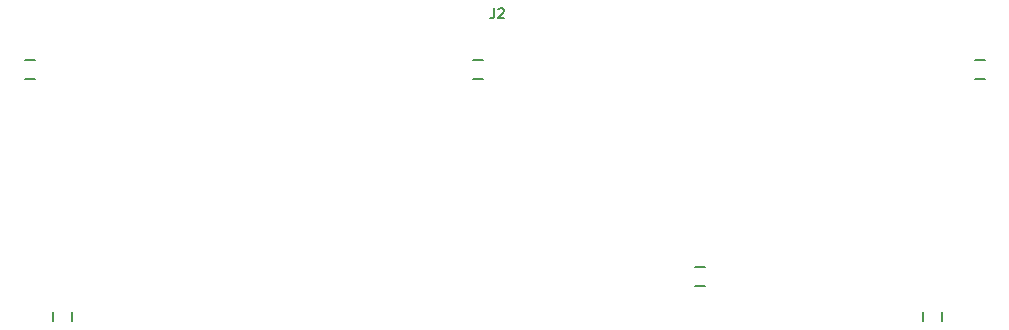
<source format=gto>
G04 #@! TF.GenerationSoftware,KiCad,Pcbnew,(5.1.10-1-10_14)*
G04 #@! TF.CreationDate,2021-12-06T12:41:19-05:00*
G04 #@! TF.ProjectId,Adapter-30,41646170-7465-4722-9d33-302e6b696361,1.0-SOP*
G04 #@! TF.SameCoordinates,Original*
G04 #@! TF.FileFunction,Legend,Top*
G04 #@! TF.FilePolarity,Positive*
%FSLAX46Y46*%
G04 Gerber Fmt 4.6, Leading zero omitted, Abs format (unit mm)*
G04 Created by KiCad (PCBNEW (5.1.10-1-10_14)) date 2021-12-06 12:41:19*
%MOMM*%
%LPD*%
G01*
G04 APERTURE LIST*
%ADD10C,0.152400*%
%ADD11C,0.203200*%
%ADD12C,1.448000*%
%ADD13C,0.952400*%
%ADD14O,1.852400X1.852400*%
%ADD15C,2.562400*%
%ADD16C,1.422400*%
%ADD17C,1.862400*%
G04 APERTURE END LIST*
D10*
X138201400Y-92621000D02*
X137388600Y-92621000D01*
X138201400Y-91021000D02*
X137388600Y-91021000D01*
X83020000Y-95631900D02*
X83020000Y-94819100D01*
X84620000Y-95631900D02*
X84620000Y-94819100D01*
X156680000Y-95631900D02*
X156680000Y-94819100D01*
X158280000Y-95631900D02*
X158280000Y-94819100D01*
X161098600Y-73495000D02*
X161911400Y-73495000D01*
X161098600Y-75095000D02*
X161911400Y-75095000D01*
X119405400Y-73495000D02*
X118592600Y-73495000D01*
X119405400Y-75095000D02*
X118592600Y-75095000D01*
X81471400Y-75095000D02*
X80658600Y-75095000D01*
X81471400Y-73495000D02*
X80658600Y-73495000D01*
D11*
X120379066Y-69150895D02*
X120379066Y-69731466D01*
X120340361Y-69847580D01*
X120262952Y-69924990D01*
X120146838Y-69963695D01*
X120069428Y-69963695D01*
X120727409Y-69228304D02*
X120766114Y-69189600D01*
X120843523Y-69150895D01*
X121037047Y-69150895D01*
X121114457Y-69189600D01*
X121153161Y-69228304D01*
X121191866Y-69305714D01*
X121191866Y-69383123D01*
X121153161Y-69499238D01*
X120688704Y-69963695D01*
X121191866Y-69963695D01*
%LPC*%
G36*
G01*
X139220000Y-91358500D02*
X139220000Y-92283500D01*
G75*
G02*
X138932500Y-92571000I-287500J0D01*
G01*
X138357500Y-92571000D01*
G75*
G02*
X138070000Y-92283500I0J287500D01*
G01*
X138070000Y-91358500D01*
G75*
G02*
X138357500Y-91071000I287500J0D01*
G01*
X138932500Y-91071000D01*
G75*
G02*
X139220000Y-91358500I0J-287500D01*
G01*
G37*
G36*
G01*
X137520000Y-91358500D02*
X137520000Y-92283500D01*
G75*
G02*
X137232500Y-92571000I-287500J0D01*
G01*
X136657500Y-92571000D01*
G75*
G02*
X136370000Y-92283500I0J287500D01*
G01*
X136370000Y-91358500D01*
G75*
G02*
X136657500Y-91071000I287500J0D01*
G01*
X137232500Y-91071000D01*
G75*
G02*
X137520000Y-91358500I0J-287500D01*
G01*
G37*
D12*
X163576000Y-100076000D03*
X79756000Y-100076000D03*
X173736000Y-65024000D03*
G36*
G01*
X82854800Y-100939600D02*
X82854800Y-99212400D01*
G75*
G02*
X83337400Y-98729800I482600J0D01*
G01*
X84302600Y-98729800D01*
G75*
G02*
X84785200Y-99212400I0J-482600D01*
G01*
X84785200Y-100939600D01*
G75*
G02*
X84302600Y-101422200I-482600J0D01*
G01*
X83337400Y-101422200D01*
G75*
G02*
X82854800Y-100939600I0J482600D01*
G01*
G37*
G36*
G01*
X85394800Y-100939600D02*
X85394800Y-99212400D01*
G75*
G02*
X85877400Y-98729800I482600J0D01*
G01*
X86842600Y-98729800D01*
G75*
G02*
X87325200Y-99212400I0J-482600D01*
G01*
X87325200Y-100939600D01*
G75*
G02*
X86842600Y-101422200I-482600J0D01*
G01*
X85877400Y-101422200D01*
G75*
G02*
X85394800Y-100939600I0J482600D01*
G01*
G37*
D13*
X88900000Y-98806000D03*
G36*
G01*
X108254800Y-100939600D02*
X108254800Y-99212400D01*
G75*
G02*
X108737400Y-98729800I482600J0D01*
G01*
X109702600Y-98729800D01*
G75*
G02*
X110185200Y-99212400I0J-482600D01*
G01*
X110185200Y-100939600D01*
G75*
G02*
X109702600Y-101422200I-482600J0D01*
G01*
X108737400Y-101422200D01*
G75*
G02*
X108254800Y-100939600I0J482600D01*
G01*
G37*
G36*
G01*
X93014800Y-100939600D02*
X93014800Y-99212400D01*
G75*
G02*
X93497400Y-98729800I482600J0D01*
G01*
X94462600Y-98729800D01*
G75*
G02*
X94945200Y-99212400I0J-482600D01*
G01*
X94945200Y-100939600D01*
G75*
G02*
X94462600Y-101422200I-482600J0D01*
G01*
X93497400Y-101422200D01*
G75*
G02*
X93014800Y-100939600I0J482600D01*
G01*
G37*
G36*
G01*
X110794800Y-100939600D02*
X110794800Y-99212400D01*
G75*
G02*
X111277400Y-98729800I482600J0D01*
G01*
X112242600Y-98729800D01*
G75*
G02*
X112725200Y-99212400I0J-482600D01*
G01*
X112725200Y-100939600D01*
G75*
G02*
X112242600Y-101422200I-482600J0D01*
G01*
X111277400Y-101422200D01*
G75*
G02*
X110794800Y-100939600I0J482600D01*
G01*
G37*
G36*
G01*
X146354800Y-100939600D02*
X146354800Y-99212400D01*
G75*
G02*
X146837400Y-98729800I482600J0D01*
G01*
X147802600Y-98729800D01*
G75*
G02*
X148285200Y-99212400I0J-482600D01*
G01*
X148285200Y-100939600D01*
G75*
G02*
X147802600Y-101422200I-482600J0D01*
G01*
X146837400Y-101422200D01*
G75*
G02*
X146354800Y-100939600I0J482600D01*
G01*
G37*
G36*
G01*
X113334800Y-100939600D02*
X113334800Y-99212400D01*
G75*
G02*
X113817400Y-98729800I482600J0D01*
G01*
X114782600Y-98729800D01*
G75*
G02*
X115265200Y-99212400I0J-482600D01*
G01*
X115265200Y-100939600D01*
G75*
G02*
X114782600Y-101422200I-482600J0D01*
G01*
X113817400Y-101422200D01*
G75*
G02*
X113334800Y-100939600I0J482600D01*
G01*
G37*
G36*
G01*
X115874800Y-100939600D02*
X115874800Y-99212400D01*
G75*
G02*
X116357400Y-98729800I482600J0D01*
G01*
X117322600Y-98729800D01*
G75*
G02*
X117805200Y-99212400I0J-482600D01*
G01*
X117805200Y-100939600D01*
G75*
G02*
X117322600Y-101422200I-482600J0D01*
G01*
X116357400Y-101422200D01*
G75*
G02*
X115874800Y-100939600I0J482600D01*
G01*
G37*
G36*
G01*
X90474800Y-100939600D02*
X90474800Y-99212400D01*
G75*
G02*
X90957400Y-98729800I482600J0D01*
G01*
X91922600Y-98729800D01*
G75*
G02*
X92405200Y-99212400I0J-482600D01*
G01*
X92405200Y-100939600D01*
G75*
G02*
X91922600Y-101422200I-482600J0D01*
G01*
X90957400Y-101422200D01*
G75*
G02*
X90474800Y-100939600I0J482600D01*
G01*
G37*
G36*
G01*
X153974800Y-100939600D02*
X153974800Y-99212400D01*
G75*
G02*
X154457400Y-98729800I482600J0D01*
G01*
X155422600Y-98729800D01*
G75*
G02*
X155905200Y-99212400I0J-482600D01*
G01*
X155905200Y-100939600D01*
G75*
G02*
X155422600Y-101422200I-482600J0D01*
G01*
X154457400Y-101422200D01*
G75*
G02*
X153974800Y-100939600I0J482600D01*
G01*
G37*
G36*
G01*
X87934800Y-100939600D02*
X87934800Y-99212400D01*
G75*
G02*
X88417400Y-98729800I482600J0D01*
G01*
X89382600Y-98729800D01*
G75*
G02*
X89865200Y-99212400I0J-482600D01*
G01*
X89865200Y-100939600D01*
G75*
G02*
X89382600Y-101422200I-482600J0D01*
G01*
X88417400Y-101422200D01*
G75*
G02*
X87934800Y-100939600I0J482600D01*
G01*
G37*
G36*
G01*
X141274800Y-100939600D02*
X141274800Y-99212400D01*
G75*
G02*
X141757400Y-98729800I482600J0D01*
G01*
X142722600Y-98729800D01*
G75*
G02*
X143205200Y-99212400I0J-482600D01*
G01*
X143205200Y-100939600D01*
G75*
G02*
X142722600Y-101422200I-482600J0D01*
G01*
X141757400Y-101422200D01*
G75*
G02*
X141274800Y-100939600I0J482600D01*
G01*
G37*
G36*
G01*
X120954800Y-100939600D02*
X120954800Y-99212400D01*
G75*
G02*
X121437400Y-98729800I482600J0D01*
G01*
X122402600Y-98729800D01*
G75*
G02*
X122885200Y-99212400I0J-482600D01*
G01*
X122885200Y-100939600D01*
G75*
G02*
X122402600Y-101422200I-482600J0D01*
G01*
X121437400Y-101422200D01*
G75*
G02*
X120954800Y-100939600I0J482600D01*
G01*
G37*
G36*
G01*
X131114800Y-100939600D02*
X131114800Y-99212400D01*
G75*
G02*
X131597400Y-98729800I482600J0D01*
G01*
X132562600Y-98729800D01*
G75*
G02*
X133045200Y-99212400I0J-482600D01*
G01*
X133045200Y-100939600D01*
G75*
G02*
X132562600Y-101422200I-482600J0D01*
G01*
X131597400Y-101422200D01*
G75*
G02*
X131114800Y-100939600I0J482600D01*
G01*
G37*
G36*
G01*
X138734800Y-100939600D02*
X138734800Y-99212400D01*
G75*
G02*
X139217400Y-98729800I482600J0D01*
G01*
X140182600Y-98729800D01*
G75*
G02*
X140665200Y-99212400I0J-482600D01*
G01*
X140665200Y-100939600D01*
G75*
G02*
X140182600Y-101422200I-482600J0D01*
G01*
X139217400Y-101422200D01*
G75*
G02*
X138734800Y-100939600I0J482600D01*
G01*
G37*
G36*
G01*
X103174800Y-100939600D02*
X103174800Y-99212400D01*
G75*
G02*
X103657400Y-98729800I482600J0D01*
G01*
X104622600Y-98729800D01*
G75*
G02*
X105105200Y-99212400I0J-482600D01*
G01*
X105105200Y-100939600D01*
G75*
G02*
X104622600Y-101422200I-482600J0D01*
G01*
X103657400Y-101422200D01*
G75*
G02*
X103174800Y-100939600I0J482600D01*
G01*
G37*
G36*
G01*
X126034800Y-100939600D02*
X126034800Y-99212400D01*
G75*
G02*
X126517400Y-98729800I482600J0D01*
G01*
X127482600Y-98729800D01*
G75*
G02*
X127965200Y-99212400I0J-482600D01*
G01*
X127965200Y-100939600D01*
G75*
G02*
X127482600Y-101422200I-482600J0D01*
G01*
X126517400Y-101422200D01*
G75*
G02*
X126034800Y-100939600I0J482600D01*
G01*
G37*
G36*
G01*
X133654800Y-100939600D02*
X133654800Y-99212400D01*
G75*
G02*
X134137400Y-98729800I482600J0D01*
G01*
X135102600Y-98729800D01*
G75*
G02*
X135585200Y-99212400I0J-482600D01*
G01*
X135585200Y-100939600D01*
G75*
G02*
X135102600Y-101422200I-482600J0D01*
G01*
X134137400Y-101422200D01*
G75*
G02*
X133654800Y-100939600I0J482600D01*
G01*
G37*
G36*
G01*
X128574800Y-100939600D02*
X128574800Y-99212400D01*
G75*
G02*
X129057400Y-98729800I482600J0D01*
G01*
X130022600Y-98729800D01*
G75*
G02*
X130505200Y-99212400I0J-482600D01*
G01*
X130505200Y-100939600D01*
G75*
G02*
X130022600Y-101422200I-482600J0D01*
G01*
X129057400Y-101422200D01*
G75*
G02*
X128574800Y-100939600I0J482600D01*
G01*
G37*
G36*
G01*
X105714800Y-100939600D02*
X105714800Y-99212400D01*
G75*
G02*
X106197400Y-98729800I482600J0D01*
G01*
X107162600Y-98729800D01*
G75*
G02*
X107645200Y-99212400I0J-482600D01*
G01*
X107645200Y-100939600D01*
G75*
G02*
X107162600Y-101422200I-482600J0D01*
G01*
X106197400Y-101422200D01*
G75*
G02*
X105714800Y-100939600I0J482600D01*
G01*
G37*
G36*
G01*
X136194800Y-100939600D02*
X136194800Y-99212400D01*
G75*
G02*
X136677400Y-98729800I482600J0D01*
G01*
X137642600Y-98729800D01*
G75*
G02*
X138125200Y-99212400I0J-482600D01*
G01*
X138125200Y-100939600D01*
G75*
G02*
X137642600Y-101422200I-482600J0D01*
G01*
X136677400Y-101422200D01*
G75*
G02*
X136194800Y-100939600I0J482600D01*
G01*
G37*
G36*
G01*
X95554800Y-100939600D02*
X95554800Y-99212400D01*
G75*
G02*
X96037400Y-98729800I482600J0D01*
G01*
X97002600Y-98729800D01*
G75*
G02*
X97485200Y-99212400I0J-482600D01*
G01*
X97485200Y-100939600D01*
G75*
G02*
X97002600Y-101422200I-482600J0D01*
G01*
X96037400Y-101422200D01*
G75*
G02*
X95554800Y-100939600I0J482600D01*
G01*
G37*
G36*
G01*
X123494800Y-100939600D02*
X123494800Y-99212400D01*
G75*
G02*
X123977400Y-98729800I482600J0D01*
G01*
X124942600Y-98729800D01*
G75*
G02*
X125425200Y-99212400I0J-482600D01*
G01*
X125425200Y-100939600D01*
G75*
G02*
X124942600Y-101422200I-482600J0D01*
G01*
X123977400Y-101422200D01*
G75*
G02*
X123494800Y-100939600I0J482600D01*
G01*
G37*
G36*
G01*
X98094800Y-100939600D02*
X98094800Y-99212400D01*
G75*
G02*
X98577400Y-98729800I482600J0D01*
G01*
X99542600Y-98729800D01*
G75*
G02*
X100025200Y-99212400I0J-482600D01*
G01*
X100025200Y-100939600D01*
G75*
G02*
X99542600Y-101422200I-482600J0D01*
G01*
X98577400Y-101422200D01*
G75*
G02*
X98094800Y-100939600I0J482600D01*
G01*
G37*
G36*
G01*
X100634800Y-100939600D02*
X100634800Y-99212400D01*
G75*
G02*
X101117400Y-98729800I482600J0D01*
G01*
X102082600Y-98729800D01*
G75*
G02*
X102565200Y-99212400I0J-482600D01*
G01*
X102565200Y-100939600D01*
G75*
G02*
X102082600Y-101422200I-482600J0D01*
G01*
X101117400Y-101422200D01*
G75*
G02*
X100634800Y-100939600I0J482600D01*
G01*
G37*
G36*
G01*
X148894800Y-100939600D02*
X148894800Y-99212400D01*
G75*
G02*
X149377400Y-98729800I482600J0D01*
G01*
X150342600Y-98729800D01*
G75*
G02*
X150825200Y-99212400I0J-482600D01*
G01*
X150825200Y-100939600D01*
G75*
G02*
X150342600Y-101422200I-482600J0D01*
G01*
X149377400Y-101422200D01*
G75*
G02*
X148894800Y-100939600I0J482600D01*
G01*
G37*
G36*
G01*
X151434800Y-100939600D02*
X151434800Y-99212400D01*
G75*
G02*
X151917400Y-98729800I482600J0D01*
G01*
X152882600Y-98729800D01*
G75*
G02*
X153365200Y-99212400I0J-482600D01*
G01*
X153365200Y-100939600D01*
G75*
G02*
X152882600Y-101422200I-482600J0D01*
G01*
X151917400Y-101422200D01*
G75*
G02*
X151434800Y-100939600I0J482600D01*
G01*
G37*
G36*
G01*
X156514800Y-100939600D02*
X156514800Y-99212400D01*
G75*
G02*
X156997400Y-98729800I482600J0D01*
G01*
X157962600Y-98729800D01*
G75*
G02*
X158445200Y-99212400I0J-482600D01*
G01*
X158445200Y-100939600D01*
G75*
G02*
X157962600Y-101422200I-482600J0D01*
G01*
X156997400Y-101422200D01*
G75*
G02*
X156514800Y-100939600I0J482600D01*
G01*
G37*
G36*
G01*
X118414800Y-100939600D02*
X118414800Y-99212400D01*
G75*
G02*
X118897400Y-98729800I482600J0D01*
G01*
X119862600Y-98729800D01*
G75*
G02*
X120345200Y-99212400I0J-482600D01*
G01*
X120345200Y-100939600D01*
G75*
G02*
X119862600Y-101422200I-482600J0D01*
G01*
X118897400Y-101422200D01*
G75*
G02*
X118414800Y-100939600I0J482600D01*
G01*
G37*
G36*
G01*
X143814800Y-100939600D02*
X143814800Y-99212400D01*
G75*
G02*
X144297400Y-98729800I482600J0D01*
G01*
X145262600Y-98729800D01*
G75*
G02*
X145745200Y-99212400I0J-482600D01*
G01*
X145745200Y-100939600D01*
G75*
G02*
X145262600Y-101422200I-482600J0D01*
G01*
X144297400Y-101422200D01*
G75*
G02*
X143814800Y-100939600I0J482600D01*
G01*
G37*
X86360000Y-98806000D03*
X83820000Y-98806000D03*
X93980000Y-98806000D03*
X91440000Y-98806000D03*
X96520000Y-98806000D03*
X99060000Y-98806000D03*
X104140000Y-98806000D03*
X101600000Y-98806000D03*
X109220000Y-98806000D03*
X106680000Y-98806000D03*
X111760000Y-98806000D03*
X116840000Y-98806000D03*
X114300000Y-98806000D03*
X119380000Y-98806000D03*
X124460000Y-98806000D03*
X121920000Y-98806000D03*
X127000000Y-98806000D03*
X149860000Y-98806000D03*
X147320000Y-98806000D03*
X152400000Y-98806000D03*
X134620000Y-98806000D03*
X132080000Y-98806000D03*
X137160000Y-98806000D03*
X142240000Y-98806000D03*
X139700000Y-98806000D03*
X144780000Y-98806000D03*
X129540000Y-98806000D03*
X154940000Y-98806000D03*
X157480000Y-98806000D03*
G36*
G01*
X84282500Y-94950500D02*
X83357500Y-94950500D01*
G75*
G02*
X83070000Y-94663000I0J287500D01*
G01*
X83070000Y-94088000D01*
G75*
G02*
X83357500Y-93800500I287500J0D01*
G01*
X84282500Y-93800500D01*
G75*
G02*
X84570000Y-94088000I0J-287500D01*
G01*
X84570000Y-94663000D01*
G75*
G02*
X84282500Y-94950500I-287500J0D01*
G01*
G37*
G36*
G01*
X84282500Y-96650500D02*
X83357500Y-96650500D01*
G75*
G02*
X83070000Y-96363000I0J287500D01*
G01*
X83070000Y-95788000D01*
G75*
G02*
X83357500Y-95500500I287500J0D01*
G01*
X84282500Y-95500500D01*
G75*
G02*
X84570000Y-95788000I0J-287500D01*
G01*
X84570000Y-96363000D01*
G75*
G02*
X84282500Y-96650500I-287500J0D01*
G01*
G37*
G36*
G01*
X157942500Y-94950500D02*
X157017500Y-94950500D01*
G75*
G02*
X156730000Y-94663000I0J287500D01*
G01*
X156730000Y-94088000D01*
G75*
G02*
X157017500Y-93800500I287500J0D01*
G01*
X157942500Y-93800500D01*
G75*
G02*
X158230000Y-94088000I0J-287500D01*
G01*
X158230000Y-94663000D01*
G75*
G02*
X157942500Y-94950500I-287500J0D01*
G01*
G37*
G36*
G01*
X157942500Y-96650500D02*
X157017500Y-96650500D01*
G75*
G02*
X156730000Y-96363000I0J287500D01*
G01*
X156730000Y-95788000D01*
G75*
G02*
X157017500Y-95500500I287500J0D01*
G01*
X157942500Y-95500500D01*
G75*
G02*
X158230000Y-95788000I0J-287500D01*
G01*
X158230000Y-96363000D01*
G75*
G02*
X157942500Y-96650500I-287500J0D01*
G01*
G37*
D12*
X67564000Y-65024000D03*
G36*
G01*
X160080000Y-74757500D02*
X160080000Y-73832500D01*
G75*
G02*
X160367500Y-73545000I287500J0D01*
G01*
X160942500Y-73545000D01*
G75*
G02*
X161230000Y-73832500I0J-287500D01*
G01*
X161230000Y-74757500D01*
G75*
G02*
X160942500Y-75045000I-287500J0D01*
G01*
X160367500Y-75045000D01*
G75*
G02*
X160080000Y-74757500I0J287500D01*
G01*
G37*
G36*
G01*
X161780000Y-74757500D02*
X161780000Y-73832500D01*
G75*
G02*
X162067500Y-73545000I287500J0D01*
G01*
X162642500Y-73545000D01*
G75*
G02*
X162930000Y-73832500I0J-287500D01*
G01*
X162930000Y-74757500D01*
G75*
G02*
X162642500Y-75045000I-287500J0D01*
G01*
X162067500Y-75045000D01*
G75*
G02*
X161780000Y-74757500I0J287500D01*
G01*
G37*
G36*
G01*
X118724000Y-73832500D02*
X118724000Y-74757500D01*
G75*
G02*
X118436500Y-75045000I-287500J0D01*
G01*
X117861500Y-75045000D01*
G75*
G02*
X117574000Y-74757500I0J287500D01*
G01*
X117574000Y-73832500D01*
G75*
G02*
X117861500Y-73545000I287500J0D01*
G01*
X118436500Y-73545000D01*
G75*
G02*
X118724000Y-73832500I0J-287500D01*
G01*
G37*
G36*
G01*
X120424000Y-73832500D02*
X120424000Y-74757500D01*
G75*
G02*
X120136500Y-75045000I-287500J0D01*
G01*
X119561500Y-75045000D01*
G75*
G02*
X119274000Y-74757500I0J287500D01*
G01*
X119274000Y-73832500D01*
G75*
G02*
X119561500Y-73545000I287500J0D01*
G01*
X120136500Y-73545000D01*
G75*
G02*
X120424000Y-73832500I0J-287500D01*
G01*
G37*
G36*
G01*
X82490000Y-73832500D02*
X82490000Y-74757500D01*
G75*
G02*
X82202500Y-75045000I-287500J0D01*
G01*
X81627500Y-75045000D01*
G75*
G02*
X81340000Y-74757500I0J287500D01*
G01*
X81340000Y-73832500D01*
G75*
G02*
X81627500Y-73545000I287500J0D01*
G01*
X82202500Y-73545000D01*
G75*
G02*
X82490000Y-73832500I0J-287500D01*
G01*
G37*
G36*
G01*
X80790000Y-73832500D02*
X80790000Y-74757500D01*
G75*
G02*
X80502500Y-75045000I-287500J0D01*
G01*
X79927500Y-75045000D01*
G75*
G02*
X79640000Y-74757500I0J287500D01*
G01*
X79640000Y-73832500D01*
G75*
G02*
X79927500Y-73545000I287500J0D01*
G01*
X80502500Y-73545000D01*
G75*
G02*
X80790000Y-73832500I0J-287500D01*
G01*
G37*
G36*
G01*
X78955000Y-67601200D02*
X77255000Y-67601200D01*
G75*
G02*
X77178800Y-67525000I0J76200D01*
G01*
X77178800Y-65825000D01*
G75*
G02*
X77255000Y-65748800I76200J0D01*
G01*
X78955000Y-65748800D01*
G75*
G02*
X79031200Y-65825000I0J-76200D01*
G01*
X79031200Y-67525000D01*
G75*
G02*
X78955000Y-67601200I-76200J0D01*
G01*
G37*
D14*
X79375000Y-69215000D03*
X80645000Y-66675000D03*
X81915000Y-69215000D03*
X83185000Y-66675000D03*
X84455000Y-69215000D03*
X85725000Y-66675000D03*
X86995000Y-69215000D03*
X88265000Y-66675000D03*
X89535000Y-69215000D03*
X90805000Y-66675000D03*
X92075000Y-69215000D03*
X93345000Y-66675000D03*
X94615000Y-69215000D03*
X95885000Y-66675000D03*
X97155000Y-69215000D03*
X98425000Y-66675000D03*
X99695000Y-69215000D03*
X100965000Y-66675000D03*
X102235000Y-69215000D03*
X103505000Y-66675000D03*
X104775000Y-69215000D03*
X106045000Y-66675000D03*
X107315000Y-69215000D03*
X108585000Y-66675000D03*
X109855000Y-69215000D03*
X111125000Y-66675000D03*
X112395000Y-69215000D03*
X113665000Y-66675000D03*
X114935000Y-69215000D03*
X116205000Y-66675000D03*
X117475000Y-69215000D03*
X123825000Y-66675000D03*
X125095000Y-69215000D03*
X126365000Y-66675000D03*
X127635000Y-69215000D03*
X128905000Y-66675000D03*
X130175000Y-69215000D03*
X131445000Y-66675000D03*
X132715000Y-69215000D03*
X133985000Y-66675000D03*
X135255000Y-69215000D03*
X136525000Y-66675000D03*
X137795000Y-69215000D03*
X139065000Y-66675000D03*
X140335000Y-69215000D03*
X141605000Y-66675000D03*
X142875000Y-69215000D03*
X144145000Y-66675000D03*
X145415000Y-69215000D03*
X146685000Y-66675000D03*
X147955000Y-69215000D03*
X149225000Y-66675000D03*
X150495000Y-69215000D03*
X151765000Y-66675000D03*
X153035000Y-69215000D03*
X154305000Y-66675000D03*
X155575000Y-69215000D03*
X156845000Y-66675000D03*
X158115000Y-69215000D03*
X159385000Y-66675000D03*
X160655000Y-69215000D03*
X161925000Y-66675000D03*
X163195000Y-69215000D03*
D15*
X171450000Y-67945000D03*
D16*
X69850000Y-67945000D03*
D17*
X120650000Y-67945000D03*
M02*

</source>
